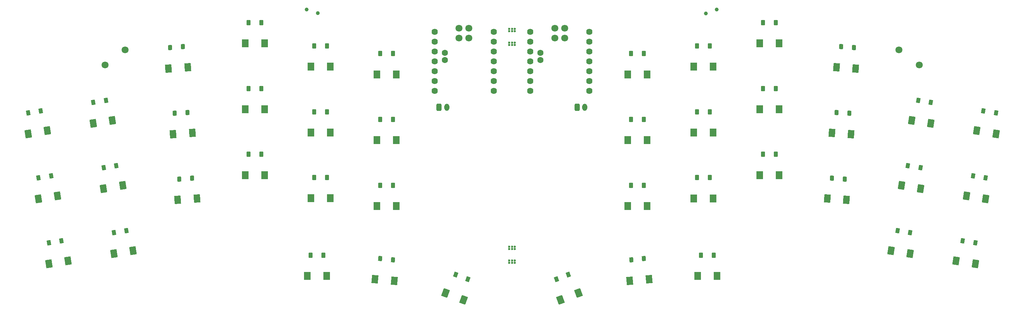
<source format=gbr>
%TF.GenerationSoftware,KiCad,Pcbnew,8.0.6*%
%TF.CreationDate,2025-07-17T11:58:40+02:00*%
%TF.ProjectId,combined,636f6d62-696e-4656-942e-6b696361645f,v1.0.0*%
%TF.SameCoordinates,Original*%
%TF.FileFunction,Soldermask,Bot*%
%TF.FilePolarity,Negative*%
%FSLAX46Y46*%
G04 Gerber Fmt 4.6, Leading zero omitted, Abs format (unit mm)*
G04 Created by KiCad (PCBNEW 8.0.6) date 2025-07-17 11:58:40*
%MOMM*%
%LPD*%
G01*
G04 APERTURE LIST*
G04 Aperture macros list*
%AMRoundRect*
0 Rectangle with rounded corners*
0 $1 Rounding radius*
0 $2 $3 $4 $5 $6 $7 $8 $9 X,Y pos of 4 corners*
0 Add a 4 corners polygon primitive as box body*
4,1,4,$2,$3,$4,$5,$6,$7,$8,$9,$2,$3,0*
0 Add four circle primitives for the rounded corners*
1,1,$1+$1,$2,$3*
1,1,$1+$1,$4,$5*
1,1,$1+$1,$6,$7*
1,1,$1+$1,$8,$9*
0 Add four rect primitives between the rounded corners*
20,1,$1+$1,$2,$3,$4,$5,0*
20,1,$1+$1,$4,$5,$6,$7,0*
20,1,$1+$1,$6,$7,$8,$9,0*
20,1,$1+$1,$8,$9,$2,$3,0*%
G04 Aperture macros list end*
%ADD10RoundRect,0.050000X-0.450000X-0.600000X0.450000X-0.600000X0.450000X0.600000X-0.450000X0.600000X0*%
%ADD11C,1.500000*%
%ADD12RoundRect,0.050000X-0.921893X-0.866452X0.609024X-1.108925X0.921893X0.866452X-0.609024X1.108925X0*%
%ADD13RoundRect,0.050000X-0.386242X-1.204758X1.070282X-0.674627X0.386242X1.204758X-1.070282X0.674627X0*%
%ADD14RoundRect,0.050000X-0.538320X-0.522217X0.350599X-0.663009X0.538320X0.522217X-0.350599X0.663009X0*%
%ADD15RoundRect,0.050000X-0.609024X-1.108925X0.921893X-0.866452X0.609024X1.108925X-0.921893X0.866452X0*%
%ADD16RoundRect,0.050000X-0.775000X-1.000000X0.775000X-1.000000X0.775000X1.000000X-0.775000X1.000000X0*%
%ADD17RoundRect,0.050000X-0.490758X-0.567148X0.407050X-0.629929X0.490758X0.567148X-0.407050X0.629929X0*%
%ADD18C,0.600000*%
%ADD19RoundRect,0.050000X-0.842869X-0.943503X0.703356X-1.051625X0.842869X0.943503X-0.703356X1.051625X0*%
%ADD20RoundRect,0.260000X-0.390000X-0.665000X0.390000X-0.665000X0.390000X0.665000X-0.390000X0.665000X0*%
%ADD21O,1.300000X1.850000*%
%ADD22RoundRect,0.050000X-0.350599X-0.663009X0.538320X-0.522217X0.350599X0.663009X-0.538320X0.522217X0*%
%ADD23RoundRect,0.050000X-0.407050X-0.629929X0.490758X-0.567148X0.407050X0.629929X-0.490758X0.567148X0*%
%ADD24RoundRect,0.050000X-1.070282X-0.674627X0.386242X-1.204758X1.070282X0.674627X-0.386242X1.204758X0*%
%ADD25RoundRect,0.050000X-0.500581X-0.558497X0.395994X-0.636937X0.500581X0.558497X-0.395994X0.636937X0*%
%ADD26RoundRect,0.050000X-0.703356X-1.051625X0.842869X-0.943503X0.703356X1.051625X-0.842869X0.943503X0*%
%ADD27C,1.800000*%
%ADD28C,1.624000*%
%ADD29C,1.600000*%
%ADD30RoundRect,0.050000X-0.859207X-0.928649X0.684895X-1.063740X0.859207X0.928649X-0.684895X1.063740X0*%
%ADD31RoundRect,0.050000X-0.217650X-0.717725X0.628074X-0.409907X0.217650X0.717725X-0.628074X0.409907X0*%
%ADD32C,1.000000*%
%ADD33RoundRect,0.050000X-0.628074X-0.409907X0.217650X-0.717725X0.628074X0.409907X-0.217650X0.717725X0*%
%ADD34RoundRect,0.050000X-0.395994X-0.636937X0.500581X-0.558497X0.395994X0.636937X-0.500581X0.558497X0*%
%ADD35RoundRect,0.050000X-0.684895X-1.063740X0.859207X-0.928649X0.684895X1.063740X-0.859207X0.928649X0*%
G04 APERTURE END LIST*
D10*
%TO.C,D16*%
X184507414Y-80899999D03*
X187807408Y-80899997D03*
%TD*%
D11*
%TO.C,CPG1316*%
X318902681Y-80938988D03*
D12*
X318902681Y-80938988D03*
D11*
X323841124Y-81721163D03*
D12*
X323841124Y-81721163D03*
%TD*%
D11*
%TO.C,CPG1316*%
X333033997Y-100389069D03*
D12*
X333033997Y-100389069D03*
D11*
X337972440Y-101171244D03*
D12*
X337972440Y-101171244D03*
%TD*%
D11*
%TO.C,CPG1316*%
X230965935Y-110415763D03*
D13*
X230965935Y-110415763D03*
D11*
X235664396Y-108705664D03*
D13*
X235664396Y-108705664D03*
%TD*%
D14*
%TO.C,D1*%
X334710458Y-95237914D03*
X337969832Y-95754146D03*
%TD*%
D11*
%TO.C,CPG1316*%
X96366407Y-84379717D03*
D15*
X96366407Y-84379717D03*
D11*
X101304845Y-83597545D03*
D15*
X101304845Y-83597545D03*
%TD*%
D11*
%TO.C,CPG1316*%
X282340819Y-78250817D03*
D16*
X282340819Y-78250817D03*
D11*
X287340817Y-78250823D03*
D16*
X287340817Y-78250823D03*
%TD*%
D11*
%TO.C,CPG1316*%
X166657415Y-67250000D03*
D16*
X166657415Y-67250000D03*
D11*
X171657416Y-67249999D03*
D16*
X171657416Y-67249999D03*
%TD*%
D10*
%TO.C,D18*%
X184507420Y-46900002D03*
X187807414Y-46900000D03*
%TD*%
D17*
%TO.C,D7*%
X300990548Y-79035735D03*
X304282510Y-79265925D03*
%TD*%
D11*
%TO.C,CPG1316*%
X321562062Y-64148276D03*
D12*
X321562062Y-64148276D03*
D11*
X326500505Y-64930451D03*
D12*
X326500505Y-64930451D03*
%TD*%
D11*
%TO.C,CPG1316*%
X165657420Y-104249993D03*
D16*
X165657420Y-104249993D03*
D11*
X170657421Y-104249992D03*
D16*
X170657421Y-104249992D03*
%TD*%
D18*
%TO.C,mouse-bite-1mm-3mm*%
X217790000Y-100300001D03*
X217790000Y-100900000D03*
X218500000Y-100300000D03*
X218500000Y-100900000D03*
X219200000Y-100899998D03*
X219210000Y-100300000D03*
%TD*%
D11*
%TO.C,CPG1316*%
X265340817Y-67250817D03*
D16*
X265340817Y-67250817D03*
D11*
X270340815Y-67250823D03*
D16*
X270340815Y-67250823D03*
%TD*%
D11*
%TO.C,CPG1316*%
X299769420Y-84313405D03*
D19*
X299769420Y-84313405D03*
D11*
X304757243Y-84662193D03*
D19*
X304757243Y-84662193D03*
%TD*%
D14*
%TO.C,D4*%
X317919750Y-92578527D03*
X321179124Y-93094759D03*
%TD*%
D11*
%TO.C,CPG1316*%
X149657416Y-78249999D03*
D16*
X149657416Y-78249999D03*
D11*
X154657417Y-78249998D03*
D16*
X154657417Y-78249998D03*
%TD*%
D20*
%TO.C,JST1*%
X199650455Y-60772438D03*
D21*
X201650447Y-60772442D03*
%TD*%
D10*
%TO.C,D16*%
X249190819Y-80900824D03*
X252490811Y-80900820D03*
%TD*%
D11*
%TO.C,CPG1316*%
X166657421Y-50250001D03*
D16*
X166657421Y-50250001D03*
D11*
X171657422Y-50250000D03*
D16*
X171657422Y-50250000D03*
%TD*%
D22*
%TO.C,D4*%
X115819113Y-93093941D03*
X119078485Y-92577707D03*
%TD*%
D11*
%TO.C,CPG1316*%
X183657413Y-52249990D03*
D16*
X183657413Y-52249990D03*
D11*
X188657414Y-52249989D03*
D16*
X188657414Y-52249989D03*
%TD*%
D18*
%TO.C,mouse-bite-1mm-3mm*%
X217790000Y-44050000D03*
X217790000Y-44650000D03*
X218500000Y-44050000D03*
X218500000Y-44650000D03*
X219200000Y-44649999D03*
X219210000Y-44050000D03*
%TD*%
D10*
%TO.C,D12*%
X283190824Y-38900814D03*
X286490816Y-38900810D03*
%TD*%
%TO.C,D14*%
X266190820Y-61900816D03*
X269490812Y-61900812D03*
%TD*%
D23*
%TO.C,D9*%
X130344006Y-45347925D03*
X133635956Y-45117737D03*
%TD*%
D22*
%TO.C,D6*%
X110500338Y-59512540D03*
X113759710Y-58996306D03*
%TD*%
D11*
%TO.C,CPG1316*%
X201333833Y-108704849D03*
D24*
X201333833Y-108704849D03*
D11*
X206032297Y-110414942D03*
D24*
X206032297Y-110414942D03*
%TD*%
D25*
%TO.C,D20*%
X184488707Y-99824794D03*
X187776145Y-100112412D03*
%TD*%
D14*
%TO.C,D3*%
X340029229Y-61656510D03*
X343288603Y-62172742D03*
%TD*%
D17*
%TO.C,D8*%
X302176409Y-62077151D03*
X305468371Y-62307341D03*
%TD*%
D11*
%TO.C,CPG1316*%
X335693381Y-83598366D03*
D12*
X335693381Y-83598366D03*
D11*
X340631824Y-84380541D03*
D12*
X340631824Y-84380541D03*
%TD*%
D10*
%TO.C,D13*%
X266190825Y-78900817D03*
X269490817Y-78900813D03*
%TD*%
%TO.C,D14*%
X167507414Y-61899995D03*
X170807408Y-61899993D03*
%TD*%
D11*
%TO.C,CPG1316*%
X338352766Y-66807665D03*
D12*
X338352766Y-66807665D03*
D11*
X343291209Y-67589840D03*
D12*
X343291209Y-67589840D03*
%TD*%
D11*
%TO.C,CPG1316*%
X131055125Y-67702784D03*
D26*
X131055125Y-67702784D03*
D11*
X136042948Y-67353999D03*
D26*
X136042948Y-67353999D03*
%TD*%
D10*
%TO.C,D15*%
X167507417Y-44899997D03*
X170807411Y-44899995D03*
%TD*%
D27*
%TO.C,RST1*%
X323492164Y-49849961D03*
X318301026Y-45938173D03*
%TD*%
D11*
%TO.C,CPG1316*%
X99025802Y-101170428D03*
D15*
X99025802Y-101170428D03*
D11*
X103964240Y-100388256D03*
D15*
X103964240Y-100388256D03*
%TD*%
D11*
%TO.C,CPG1316*%
X316243299Y-97729687D03*
D12*
X316243299Y-97729687D03*
D11*
X321181742Y-98511862D03*
D12*
X321181742Y-98511862D03*
%TD*%
D11*
%TO.C,CPG1316*%
X282340824Y-61250820D03*
D16*
X282340824Y-61250820D03*
D11*
X287340822Y-61250826D03*
D16*
X287340822Y-61250826D03*
%TD*%
D11*
%TO.C,CPG1316*%
X266340819Y-104250821D03*
D16*
X266340819Y-104250821D03*
D11*
X271340817Y-104250827D03*
D16*
X271340817Y-104250827D03*
%TD*%
D10*
%TO.C,D19*%
X267190822Y-98900820D03*
X270490814Y-98900816D03*
%TD*%
D11*
%TO.C,CPG1316*%
X248340815Y-52250820D03*
D16*
X248340815Y-52250820D03*
D11*
X253340813Y-52250826D03*
D16*
X253340813Y-52250826D03*
%TD*%
D10*
%TO.C,D17*%
X249190818Y-63900827D03*
X252490810Y-63900823D03*
%TD*%
%TO.C,D18*%
X249190822Y-46900822D03*
X252490814Y-46900818D03*
%TD*%
D11*
%TO.C,CPG1316*%
X132240986Y-84661368D03*
D26*
X132240986Y-84661368D03*
D11*
X137228809Y-84312583D03*
D26*
X137228809Y-84312583D03*
%TD*%
D10*
%TO.C,D11*%
X283190822Y-55900822D03*
X286490814Y-55900818D03*
%TD*%
D20*
%TO.C,JST1*%
X235256213Y-60727527D03*
D21*
X237256209Y-60727521D03*
%TD*%
D11*
%TO.C,CPG1316*%
X183657418Y-69249997D03*
D16*
X183657418Y-69249997D03*
D11*
X188657419Y-69249996D03*
D16*
X188657419Y-69249996D03*
%TD*%
D14*
%TO.C,D5*%
X320579137Y-75787825D03*
X323838511Y-76304057D03*
%TD*%
D10*
%TO.C,D19*%
X166507422Y-98899999D03*
X169807416Y-98899997D03*
%TD*%
%TO.C,D11*%
X150507423Y-55900005D03*
X153807417Y-55900003D03*
%TD*%
D11*
%TO.C,CPG1316*%
X149657411Y-61249995D03*
D16*
X149657411Y-61249995D03*
D11*
X154657412Y-61249994D03*
D16*
X154657412Y-61249994D03*
%TD*%
D10*
%TO.C,D10*%
X150507413Y-72899997D03*
X153807407Y-72899995D03*
%TD*%
D11*
%TO.C,CPG1316*%
X115816499Y-98511037D03*
D15*
X115816499Y-98511037D03*
D11*
X120754937Y-97728865D03*
D15*
X120754937Y-97728865D03*
%TD*%
D14*
%TO.C,D6*%
X323238526Y-58997128D03*
X326497900Y-59513360D03*
%TD*%
D23*
%TO.C,D8*%
X131529864Y-62306512D03*
X134821814Y-62076324D03*
%TD*%
D28*
%TO.C,REF\u002A\u002A*%
X198537412Y-41280007D03*
X198537418Y-43820005D03*
X198537414Y-46360004D03*
X198537419Y-48900003D03*
X198537420Y-51440004D03*
X198537417Y-53980006D03*
X198537419Y-56520008D03*
X213777420Y-56520001D03*
X213777414Y-53980003D03*
X213777418Y-51440004D03*
X213777413Y-48900005D03*
X213777412Y-46360004D03*
X213777415Y-43820002D03*
X213777413Y-41280000D03*
D29*
X201157416Y-48586501D03*
X201157412Y-46681508D03*
D27*
X204832417Y-40331508D03*
X207372419Y-40331502D03*
X204832413Y-42871506D03*
X207372413Y-42871498D03*
%TD*%
D22*
%TO.C,D3*%
X93709631Y-62171923D03*
X96969003Y-61655689D03*
%TD*%
D11*
%TO.C,CPG1316*%
X302141140Y-50396231D03*
D19*
X302141140Y-50396231D03*
D11*
X307128963Y-50745019D03*
D19*
X307128963Y-50745019D03*
%TD*%
D11*
%TO.C,CPG1316*%
X248340817Y-86250813D03*
D16*
X248340817Y-86250813D03*
D11*
X253340815Y-86250819D03*
D16*
X253340815Y-86250819D03*
%TD*%
D11*
%TO.C,CPG1316*%
X166657411Y-84249999D03*
D16*
X166657411Y-84249999D03*
D11*
X171657412Y-84249998D03*
D16*
X171657412Y-84249998D03*
%TD*%
D11*
%TO.C,CPG1316*%
X183175652Y-105080345D03*
D30*
X183175652Y-105080345D03*
D11*
X188156624Y-105516126D03*
D30*
X188156624Y-105516126D03*
%TD*%
D11*
%TO.C,CPG1316*%
X149657414Y-44249997D03*
D16*
X149657414Y-44249997D03*
D11*
X154657415Y-44249996D03*
D16*
X154657415Y-44249996D03*
%TD*%
D22*
%TO.C,D5*%
X113159726Y-76303237D03*
X116419098Y-75787003D03*
%TD*%
D10*
%TO.C,D10*%
X283190818Y-72900818D03*
X286490810Y-72900814D03*
%TD*%
D31*
%TO.C,D21*%
X229934865Y-105097685D03*
X233035841Y-103969021D03*
%TD*%
D11*
%TO.C,CPG1316*%
X300955283Y-67354812D03*
D19*
X300955283Y-67354812D03*
D11*
X305943106Y-67703600D03*
D19*
X305943106Y-67703600D03*
%TD*%
D11*
%TO.C,CPG1316*%
X129869268Y-50744197D03*
D26*
X129869268Y-50744197D03*
D11*
X134857091Y-50395412D03*
D26*
X134857091Y-50395412D03*
%TD*%
D32*
%TO.C,PWR1*%
X165540312Y-35510453D03*
X168376875Y-36487150D03*
%TD*%
D10*
%TO.C,D13*%
X167507416Y-78900001D03*
X170807410Y-78899999D03*
%TD*%
D11*
%TO.C,CPG1316*%
X110497723Y-64929638D03*
D15*
X110497723Y-64929638D03*
D11*
X115436161Y-64147466D03*
D15*
X115436161Y-64147466D03*
%TD*%
D11*
%TO.C,CPG1316*%
X93707027Y-67589017D03*
D15*
X93707027Y-67589017D03*
D11*
X98645465Y-66806845D03*
D15*
X98645465Y-66806845D03*
%TD*%
D27*
%TO.C,RST1*%
X118697210Y-45937361D03*
X113506070Y-49849149D03*
%TD*%
D28*
%TO.C,REF\u002A\u002A*%
X223220820Y-41280812D03*
X223220817Y-43820817D03*
X223220821Y-46360815D03*
X223220818Y-48900816D03*
X223220817Y-51440818D03*
X223220816Y-53980816D03*
X223220813Y-56520813D03*
X238460814Y-56520820D03*
X238460817Y-53980815D03*
X238460813Y-51440817D03*
X238460816Y-48900816D03*
X238460817Y-46360814D03*
X238460818Y-43820816D03*
X238460821Y-41280819D03*
D29*
X225840819Y-48587311D03*
X225840815Y-46682319D03*
D27*
X229515820Y-40332318D03*
X232055823Y-40332320D03*
X229515813Y-42872316D03*
X232055813Y-42872319D03*
%TD*%
D22*
%TO.C,D2*%
X96369020Y-78962624D03*
X99628392Y-78446390D03*
%TD*%
D33*
%TO.C,D21*%
X203962392Y-103968196D03*
X207063370Y-105096864D03*
%TD*%
D10*
%TO.C,D17*%
X184507420Y-63899995D03*
X187807414Y-63899993D03*
%TD*%
D32*
%TO.C,PWR1*%
X271306212Y-35527521D03*
X268469652Y-36504224D03*
%TD*%
D23*
%TO.C,D7*%
X132715724Y-79265110D03*
X136007674Y-79034922D03*
%TD*%
D22*
%TO.C,D1*%
X99028404Y-95753327D03*
X102287776Y-95237093D03*
%TD*%
D17*
%TO.C,D9*%
X303362270Y-45118554D03*
X306654232Y-45348744D03*
%TD*%
D11*
%TO.C,CPG1316*%
X282340817Y-44250816D03*
D16*
X282340817Y-44250816D03*
D11*
X287340815Y-44250822D03*
D16*
X287340815Y-44250822D03*
%TD*%
D11*
%TO.C,CPG1316*%
X265340818Y-50250819D03*
D16*
X265340818Y-50250819D03*
D11*
X270340816Y-50250825D03*
D16*
X270340816Y-50250825D03*
%TD*%
D11*
%TO.C,CPG1316*%
X248340821Y-69250819D03*
D16*
X248340821Y-69250819D03*
D11*
X253340819Y-69250825D03*
D16*
X253340819Y-69250825D03*
%TD*%
D10*
%TO.C,D15*%
X266190820Y-44900818D03*
X269490812Y-44900814D03*
%TD*%
D11*
%TO.C,CPG1316*%
X265340822Y-84250817D03*
D16*
X265340822Y-84250817D03*
D11*
X270340820Y-84250823D03*
D16*
X270340820Y-84250823D03*
%TD*%
D11*
%TO.C,CPG1316*%
X113157108Y-81720332D03*
D15*
X113157108Y-81720332D03*
D11*
X118095546Y-80938160D03*
D15*
X118095546Y-80938160D03*
%TD*%
D18*
%TO.C,mouse-bite-1mm-3mm*%
X217790000Y-40500001D03*
X217790000Y-41100000D03*
X218500000Y-40500000D03*
X218500000Y-41100000D03*
X219200000Y-41099998D03*
X219210000Y-40500000D03*
%TD*%
D34*
%TO.C,D20*%
X249222092Y-100113226D03*
X252509538Y-99825610D03*
%TD*%
D10*
%TO.C,D12*%
X150507425Y-38900005D03*
X153807419Y-38900003D03*
%TD*%
D11*
%TO.C,CPG1316*%
X183657413Y-86249993D03*
D16*
X183657413Y-86249993D03*
D11*
X188657414Y-86249992D03*
D16*
X188657414Y-86249992D03*
%TD*%
D14*
%TO.C,D2*%
X337369842Y-78447211D03*
X340629216Y-78963443D03*
%TD*%
D18*
%TO.C,mouse-bite-1mm-3mm*%
X217790000Y-96700000D03*
X217790000Y-97300000D03*
X218500000Y-96700000D03*
X218500000Y-97300000D03*
X219200000Y-97299999D03*
X219210000Y-96700000D03*
%TD*%
D11*
%TO.C,CPG1316*%
X248841599Y-105516945D03*
D35*
X248841599Y-105516945D03*
D11*
X253822577Y-105081177D03*
D35*
X253822577Y-105081177D03*
%TD*%
M02*

</source>
